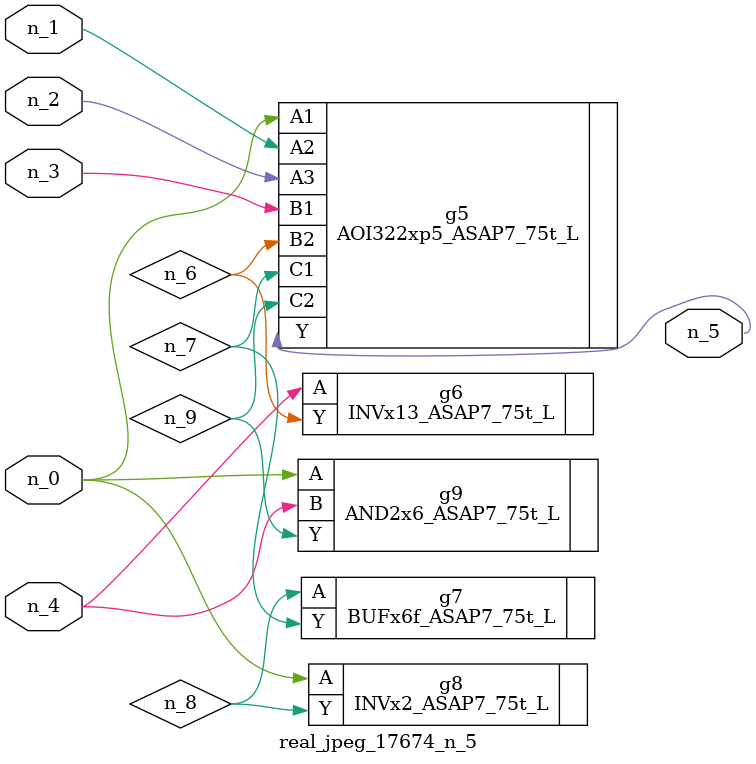
<source format=v>
module real_jpeg_17674_n_5 (n_4, n_0, n_1, n_2, n_3, n_5);

input n_4;
input n_0;
input n_1;
input n_2;
input n_3;

output n_5;

wire n_8;
wire n_6;
wire n_7;
wire n_9;

AOI322xp5_ASAP7_75t_L g5 ( 
.A1(n_0),
.A2(n_1),
.A3(n_2),
.B1(n_3),
.B2(n_6),
.C1(n_7),
.C2(n_9),
.Y(n_5)
);

INVx2_ASAP7_75t_L g8 ( 
.A(n_0),
.Y(n_8)
);

AND2x6_ASAP7_75t_L g9 ( 
.A(n_0),
.B(n_4),
.Y(n_9)
);

INVx13_ASAP7_75t_L g6 ( 
.A(n_4),
.Y(n_6)
);

BUFx6f_ASAP7_75t_L g7 ( 
.A(n_8),
.Y(n_7)
);


endmodule
</source>
